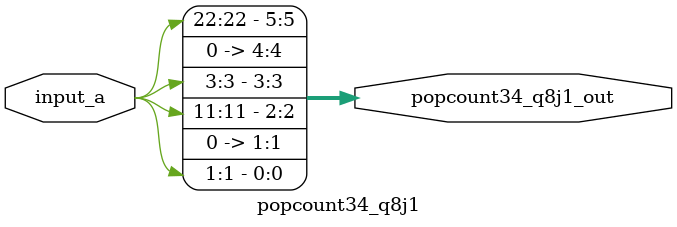
<source format=v>

module popcount34_q8j1(input [33:0] input_a, output [5:0] popcount34_q8j1_out);
  wire popcount34_q8j1_core_037;
  wire popcount34_q8j1_core_038;
  wire popcount34_q8j1_core_039;
  wire popcount34_q8j1_core_040;
  wire popcount34_q8j1_core_041;
  wire popcount34_q8j1_core_042;
  wire popcount34_q8j1_core_043;
  wire popcount34_q8j1_core_044;
  wire popcount34_q8j1_core_045;
  wire popcount34_q8j1_core_046;
  wire popcount34_q8j1_core_047;
  wire popcount34_q8j1_core_049;
  wire popcount34_q8j1_core_050;
  wire popcount34_q8j1_core_051;
  wire popcount34_q8j1_core_052;
  wire popcount34_q8j1_core_053;
  wire popcount34_q8j1_core_056;
  wire popcount34_q8j1_core_058;
  wire popcount34_q8j1_core_060;
  wire popcount34_q8j1_core_061;
  wire popcount34_q8j1_core_063;
  wire popcount34_q8j1_core_064;
  wire popcount34_q8j1_core_065;
  wire popcount34_q8j1_core_066;
  wire popcount34_q8j1_core_067;
  wire popcount34_q8j1_core_069;
  wire popcount34_q8j1_core_070;
  wire popcount34_q8j1_core_071;
  wire popcount34_q8j1_core_072;
  wire popcount34_q8j1_core_073;
  wire popcount34_q8j1_core_075;
  wire popcount34_q8j1_core_076;
  wire popcount34_q8j1_core_077;
  wire popcount34_q8j1_core_080;
  wire popcount34_q8j1_core_082;
  wire popcount34_q8j1_core_083;
  wire popcount34_q8j1_core_084;
  wire popcount34_q8j1_core_086;
  wire popcount34_q8j1_core_088;
  wire popcount34_q8j1_core_090;
  wire popcount34_q8j1_core_091;
  wire popcount34_q8j1_core_093;
  wire popcount34_q8j1_core_095;
  wire popcount34_q8j1_core_096;
  wire popcount34_q8j1_core_098;
  wire popcount34_q8j1_core_099;
  wire popcount34_q8j1_core_100;
  wire popcount34_q8j1_core_101;
  wire popcount34_q8j1_core_102;
  wire popcount34_q8j1_core_104;
  wire popcount34_q8j1_core_106;
  wire popcount34_q8j1_core_107;
  wire popcount34_q8j1_core_108;
  wire popcount34_q8j1_core_110;
  wire popcount34_q8j1_core_112;
  wire popcount34_q8j1_core_114;
  wire popcount34_q8j1_core_115;
  wire popcount34_q8j1_core_116;
  wire popcount34_q8j1_core_119;
  wire popcount34_q8j1_core_120;
  wire popcount34_q8j1_core_121;
  wire popcount34_q8j1_core_122;
  wire popcount34_q8j1_core_123;
  wire popcount34_q8j1_core_124;
  wire popcount34_q8j1_core_125;
  wire popcount34_q8j1_core_126;
  wire popcount34_q8j1_core_127;
  wire popcount34_q8j1_core_128;
  wire popcount34_q8j1_core_129;
  wire popcount34_q8j1_core_130;
  wire popcount34_q8j1_core_132;
  wire popcount34_q8j1_core_133;
  wire popcount34_q8j1_core_138;
  wire popcount34_q8j1_core_141;
  wire popcount34_q8j1_core_142;
  wire popcount34_q8j1_core_144;
  wire popcount34_q8j1_core_145;
  wire popcount34_q8j1_core_147;
  wire popcount34_q8j1_core_148;
  wire popcount34_q8j1_core_152;
  wire popcount34_q8j1_core_153;
  wire popcount34_q8j1_core_156;
  wire popcount34_q8j1_core_157_not;
  wire popcount34_q8j1_core_159;
  wire popcount34_q8j1_core_160;
  wire popcount34_q8j1_core_161;
  wire popcount34_q8j1_core_162;
  wire popcount34_q8j1_core_163;
  wire popcount34_q8j1_core_164_not;
  wire popcount34_q8j1_core_165_not;
  wire popcount34_q8j1_core_166;
  wire popcount34_q8j1_core_167;
  wire popcount34_q8j1_core_168;
  wire popcount34_q8j1_core_175;
  wire popcount34_q8j1_core_177;
  wire popcount34_q8j1_core_178;
  wire popcount34_q8j1_core_179;
  wire popcount34_q8j1_core_180;
  wire popcount34_q8j1_core_181;
  wire popcount34_q8j1_core_183;
  wire popcount34_q8j1_core_184;
  wire popcount34_q8j1_core_186;
  wire popcount34_q8j1_core_187;
  wire popcount34_q8j1_core_188;
  wire popcount34_q8j1_core_190;
  wire popcount34_q8j1_core_191;
  wire popcount34_q8j1_core_192;
  wire popcount34_q8j1_core_193;
  wire popcount34_q8j1_core_194;
  wire popcount34_q8j1_core_195;
  wire popcount34_q8j1_core_196;
  wire popcount34_q8j1_core_197;
  wire popcount34_q8j1_core_198;
  wire popcount34_q8j1_core_199;
  wire popcount34_q8j1_core_201;
  wire popcount34_q8j1_core_202;
  wire popcount34_q8j1_core_206;
  wire popcount34_q8j1_core_208;
  wire popcount34_q8j1_core_209;
  wire popcount34_q8j1_core_210;
  wire popcount34_q8j1_core_211;
  wire popcount34_q8j1_core_212;
  wire popcount34_q8j1_core_214;
  wire popcount34_q8j1_core_215;
  wire popcount34_q8j1_core_216;
  wire popcount34_q8j1_core_219;
  wire popcount34_q8j1_core_220;
  wire popcount34_q8j1_core_221;
  wire popcount34_q8j1_core_225;
  wire popcount34_q8j1_core_226;
  wire popcount34_q8j1_core_228;
  wire popcount34_q8j1_core_229;
  wire popcount34_q8j1_core_230;
  wire popcount34_q8j1_core_231;
  wire popcount34_q8j1_core_233;
  wire popcount34_q8j1_core_234;
  wire popcount34_q8j1_core_235;
  wire popcount34_q8j1_core_236;
  wire popcount34_q8j1_core_239;
  wire popcount34_q8j1_core_240_not;
  wire popcount34_q8j1_core_241_not;
  wire popcount34_q8j1_core_243;
  wire popcount34_q8j1_core_244;
  wire popcount34_q8j1_core_245;
  wire popcount34_q8j1_core_246;
  wire popcount34_q8j1_core_247;
  wire popcount34_q8j1_core_248;
  wire popcount34_q8j1_core_250;
  wire popcount34_q8j1_core_251;

  assign popcount34_q8j1_core_037 = ~(input_a[9] | input_a[5]);
  assign popcount34_q8j1_core_038 = input_a[26] ^ input_a[28];
  assign popcount34_q8j1_core_039 = ~(input_a[27] | input_a[16]);
  assign popcount34_q8j1_core_040 = ~(input_a[31] & input_a[21]);
  assign popcount34_q8j1_core_041 = ~(input_a[29] ^ input_a[27]);
  assign popcount34_q8j1_core_042 = ~(input_a[12] ^ input_a[3]);
  assign popcount34_q8j1_core_043 = ~(input_a[0] | input_a[30]);
  assign popcount34_q8j1_core_044 = input_a[21] ^ input_a[0];
  assign popcount34_q8j1_core_045 = ~(input_a[8] ^ input_a[25]);
  assign popcount34_q8j1_core_046 = ~(input_a[3] ^ input_a[33]);
  assign popcount34_q8j1_core_047 = input_a[6] ^ input_a[5];
  assign popcount34_q8j1_core_049 = input_a[25] | input_a[12];
  assign popcount34_q8j1_core_050 = ~(input_a[4] & input_a[17]);
  assign popcount34_q8j1_core_051 = input_a[20] | input_a[31];
  assign popcount34_q8j1_core_052 = ~(input_a[30] | input_a[15]);
  assign popcount34_q8j1_core_053 = ~(input_a[22] | input_a[29]);
  assign popcount34_q8j1_core_056 = ~(input_a[16] | input_a[16]);
  assign popcount34_q8j1_core_058 = input_a[3] ^ input_a[5];
  assign popcount34_q8j1_core_060 = input_a[31] & input_a[26];
  assign popcount34_q8j1_core_061 = ~(input_a[28] & input_a[24]);
  assign popcount34_q8j1_core_063 = ~(input_a[1] | input_a[8]);
  assign popcount34_q8j1_core_064 = ~(input_a[3] & input_a[28]);
  assign popcount34_q8j1_core_065 = input_a[33] | input_a[25];
  assign popcount34_q8j1_core_066 = input_a[11] ^ input_a[31];
  assign popcount34_q8j1_core_067 = input_a[22] | input_a[30];
  assign popcount34_q8j1_core_069 = ~(input_a[9] ^ input_a[30]);
  assign popcount34_q8j1_core_070 = ~input_a[32];
  assign popcount34_q8j1_core_071 = ~(input_a[17] & input_a[22]);
  assign popcount34_q8j1_core_072 = ~(input_a[16] & input_a[6]);
  assign popcount34_q8j1_core_073 = ~(input_a[15] ^ input_a[33]);
  assign popcount34_q8j1_core_075 = input_a[13] ^ input_a[26];
  assign popcount34_q8j1_core_076 = ~(input_a[12] | input_a[25]);
  assign popcount34_q8j1_core_077 = ~(input_a[28] | input_a[2]);
  assign popcount34_q8j1_core_080 = ~(input_a[7] & input_a[18]);
  assign popcount34_q8j1_core_082 = ~(input_a[11] | input_a[11]);
  assign popcount34_q8j1_core_083 = input_a[15] ^ input_a[12];
  assign popcount34_q8j1_core_084 = ~(input_a[12] & input_a[0]);
  assign popcount34_q8j1_core_086 = input_a[16] | input_a[28];
  assign popcount34_q8j1_core_088 = input_a[19] & input_a[3];
  assign popcount34_q8j1_core_090 = input_a[9] ^ input_a[2];
  assign popcount34_q8j1_core_091 = input_a[22] & input_a[24];
  assign popcount34_q8j1_core_093 = input_a[31] ^ input_a[25];
  assign popcount34_q8j1_core_095 = ~input_a[22];
  assign popcount34_q8j1_core_096 = input_a[31] & input_a[23];
  assign popcount34_q8j1_core_098 = ~input_a[33];
  assign popcount34_q8j1_core_099 = ~(input_a[24] ^ input_a[6]);
  assign popcount34_q8j1_core_100 = ~(input_a[1] & input_a[16]);
  assign popcount34_q8j1_core_101 = ~(input_a[5] & input_a[18]);
  assign popcount34_q8j1_core_102 = ~(input_a[17] | input_a[7]);
  assign popcount34_q8j1_core_104 = ~(input_a[19] & input_a[24]);
  assign popcount34_q8j1_core_106 = ~input_a[3];
  assign popcount34_q8j1_core_107 = input_a[28] | input_a[12];
  assign popcount34_q8j1_core_108 = ~(input_a[0] | input_a[0]);
  assign popcount34_q8j1_core_110 = ~(input_a[19] & input_a[23]);
  assign popcount34_q8j1_core_112 = ~(input_a[8] ^ input_a[6]);
  assign popcount34_q8j1_core_114 = ~(input_a[0] & input_a[19]);
  assign popcount34_q8j1_core_115 = ~(input_a[17] | input_a[23]);
  assign popcount34_q8j1_core_116 = ~(input_a[8] & input_a[12]);
  assign popcount34_q8j1_core_119 = ~(input_a[13] & input_a[14]);
  assign popcount34_q8j1_core_120 = ~(input_a[31] & input_a[6]);
  assign popcount34_q8j1_core_121 = input_a[25] ^ input_a[24];
  assign popcount34_q8j1_core_122 = input_a[30] | input_a[19];
  assign popcount34_q8j1_core_123 = ~(input_a[4] ^ input_a[14]);
  assign popcount34_q8j1_core_124 = input_a[9] ^ input_a[10];
  assign popcount34_q8j1_core_125 = input_a[26] ^ input_a[20];
  assign popcount34_q8j1_core_126 = input_a[11] & input_a[30];
  assign popcount34_q8j1_core_127 = input_a[23] | input_a[33];
  assign popcount34_q8j1_core_128 = ~(input_a[3] & input_a[10]);
  assign popcount34_q8j1_core_129 = ~input_a[28];
  assign popcount34_q8j1_core_130 = ~(input_a[3] ^ input_a[16]);
  assign popcount34_q8j1_core_132 = input_a[8] | input_a[23];
  assign popcount34_q8j1_core_133 = ~(input_a[6] & input_a[18]);
  assign popcount34_q8j1_core_138 = ~(input_a[32] ^ input_a[13]);
  assign popcount34_q8j1_core_141 = ~(input_a[28] & input_a[33]);
  assign popcount34_q8j1_core_142 = ~(input_a[3] | input_a[20]);
  assign popcount34_q8j1_core_144 = input_a[22] | input_a[11];
  assign popcount34_q8j1_core_145 = ~input_a[28];
  assign popcount34_q8j1_core_147 = input_a[21] ^ input_a[26];
  assign popcount34_q8j1_core_148 = input_a[17] & input_a[25];
  assign popcount34_q8j1_core_152 = input_a[6] ^ input_a[3];
  assign popcount34_q8j1_core_153 = ~input_a[5];
  assign popcount34_q8j1_core_156 = input_a[0] & input_a[17];
  assign popcount34_q8j1_core_157_not = ~input_a[27];
  assign popcount34_q8j1_core_159 = ~(input_a[25] | input_a[31]);
  assign popcount34_q8j1_core_160 = input_a[11] ^ input_a[22];
  assign popcount34_q8j1_core_161 = input_a[23] ^ input_a[2];
  assign popcount34_q8j1_core_162 = ~(input_a[33] & input_a[1]);
  assign popcount34_q8j1_core_163 = input_a[14] ^ input_a[23];
  assign popcount34_q8j1_core_164_not = ~input_a[11];
  assign popcount34_q8j1_core_165_not = ~input_a[24];
  assign popcount34_q8j1_core_166 = ~(input_a[5] ^ input_a[28]);
  assign popcount34_q8j1_core_167 = ~input_a[25];
  assign popcount34_q8j1_core_168 = input_a[13] | input_a[0];
  assign popcount34_q8j1_core_175 = ~(input_a[11] & input_a[28]);
  assign popcount34_q8j1_core_177 = ~(input_a[9] ^ input_a[19]);
  assign popcount34_q8j1_core_178 = input_a[5] | input_a[29];
  assign popcount34_q8j1_core_179 = input_a[33] | input_a[10];
  assign popcount34_q8j1_core_180 = ~(input_a[33] & input_a[25]);
  assign popcount34_q8j1_core_181 = ~(input_a[18] & input_a[18]);
  assign popcount34_q8j1_core_183 = input_a[7] ^ input_a[5];
  assign popcount34_q8j1_core_184 = ~(input_a[24] | input_a[19]);
  assign popcount34_q8j1_core_186 = input_a[27] ^ input_a[24];
  assign popcount34_q8j1_core_187 = ~input_a[33];
  assign popcount34_q8j1_core_188 = ~input_a[2];
  assign popcount34_q8j1_core_190 = ~(input_a[15] | input_a[19]);
  assign popcount34_q8j1_core_191 = ~(input_a[30] ^ input_a[24]);
  assign popcount34_q8j1_core_192 = ~input_a[28];
  assign popcount34_q8j1_core_193 = ~(input_a[32] | input_a[13]);
  assign popcount34_q8j1_core_194 = ~(input_a[16] & input_a[16]);
  assign popcount34_q8j1_core_195 = ~input_a[2];
  assign popcount34_q8j1_core_196 = input_a[26] | input_a[6];
  assign popcount34_q8j1_core_197 = ~(input_a[14] | input_a[10]);
  assign popcount34_q8j1_core_198 = ~input_a[29];
  assign popcount34_q8j1_core_199 = ~(input_a[21] & input_a[20]);
  assign popcount34_q8j1_core_201 = ~input_a[12];
  assign popcount34_q8j1_core_202 = input_a[19] ^ input_a[16];
  assign popcount34_q8j1_core_206 = input_a[15] ^ input_a[31];
  assign popcount34_q8j1_core_208 = ~(input_a[29] | input_a[21]);
  assign popcount34_q8j1_core_209 = input_a[20] | input_a[1];
  assign popcount34_q8j1_core_210 = input_a[13] & input_a[28];
  assign popcount34_q8j1_core_211 = input_a[19] | input_a[7];
  assign popcount34_q8j1_core_212 = input_a[9] ^ input_a[27];
  assign popcount34_q8j1_core_214 = ~input_a[23];
  assign popcount34_q8j1_core_215 = ~input_a[28];
  assign popcount34_q8j1_core_216 = input_a[13] | input_a[14];
  assign popcount34_q8j1_core_219 = ~(input_a[23] ^ input_a[25]);
  assign popcount34_q8j1_core_220 = ~(input_a[17] ^ input_a[14]);
  assign popcount34_q8j1_core_221 = ~input_a[25];
  assign popcount34_q8j1_core_225 = ~(input_a[16] | input_a[17]);
  assign popcount34_q8j1_core_226 = input_a[3] | input_a[19];
  assign popcount34_q8j1_core_228 = ~(input_a[12] | input_a[29]);
  assign popcount34_q8j1_core_229 = input_a[25] ^ input_a[3];
  assign popcount34_q8j1_core_230 = input_a[6] ^ input_a[4];
  assign popcount34_q8j1_core_231 = ~(input_a[8] & input_a[20]);
  assign popcount34_q8j1_core_233 = ~(input_a[12] ^ input_a[33]);
  assign popcount34_q8j1_core_234 = ~(input_a[16] & input_a[22]);
  assign popcount34_q8j1_core_235 = input_a[23] ^ input_a[25];
  assign popcount34_q8j1_core_236 = ~(input_a[23] & input_a[20]);
  assign popcount34_q8j1_core_239 = ~(input_a[17] ^ input_a[1]);
  assign popcount34_q8j1_core_240_not = ~input_a[20];
  assign popcount34_q8j1_core_241_not = ~input_a[2];
  assign popcount34_q8j1_core_243 = ~(input_a[28] | input_a[23]);
  assign popcount34_q8j1_core_244 = input_a[31] & input_a[21];
  assign popcount34_q8j1_core_245 = input_a[29] & input_a[30];
  assign popcount34_q8j1_core_246 = ~(input_a[13] & input_a[33]);
  assign popcount34_q8j1_core_247 = input_a[31] ^ input_a[21];
  assign popcount34_q8j1_core_248 = input_a[15] ^ input_a[4];
  assign popcount34_q8j1_core_250 = ~(input_a[28] & input_a[16]);
  assign popcount34_q8j1_core_251 = ~input_a[10];

  assign popcount34_q8j1_out[0] = input_a[1];
  assign popcount34_q8j1_out[1] = 1'b0;
  assign popcount34_q8j1_out[2] = input_a[11];
  assign popcount34_q8j1_out[3] = input_a[3];
  assign popcount34_q8j1_out[4] = 1'b0;
  assign popcount34_q8j1_out[5] = input_a[22];
endmodule
</source>
